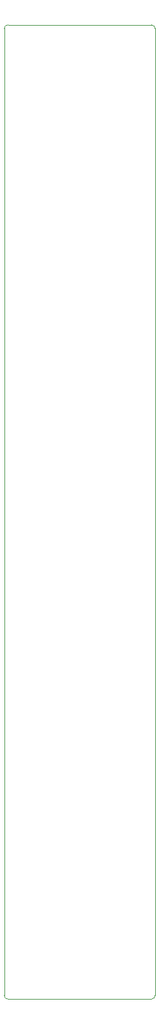
<source format=gbr>
%TF.GenerationSoftware,KiCad,Pcbnew,(6.0.9)*%
%TF.CreationDate,2023-01-29T17:10:54+01:00*%
%TF.ProjectId,mxr_face_plate,6d78725f-6661-4636-955f-706c6174652e,rev?*%
%TF.SameCoordinates,Original*%
%TF.FileFunction,Profile,NP*%
%FSLAX46Y46*%
G04 Gerber Fmt 4.6, Leading zero omitted, Abs format (unit mm)*
G04 Created by KiCad (PCBNEW (6.0.9)) date 2023-01-29 17:10:54*
%MOMM*%
%LPD*%
G01*
G04 APERTURE LIST*
%TA.AperFunction,Profile*%
%ADD10C,0.120000*%
%TD*%
G04 APERTURE END LIST*
D10*
%TO.C,F1*%
X40500000Y-164250000D02*
X59500000Y-164250000D01*
X40000000Y-36250000D02*
X40000000Y-163750000D01*
X60000000Y-163750000D02*
X60000000Y-36250000D01*
X59500000Y-35750000D02*
X40500000Y-35750000D01*
X60000000Y-36250000D02*
G75*
G03*
X59500000Y-35750000I-500000J0D01*
G01*
X59500000Y-164250000D02*
G75*
G03*
X60000000Y-163750000I0J500000D01*
G01*
X40000000Y-163750000D02*
G75*
G03*
X40500000Y-164250000I500001J1D01*
G01*
X40500000Y-35750000D02*
G75*
G03*
X40000000Y-36250000I1J-500001D01*
G01*
%TD*%
M02*

</source>
